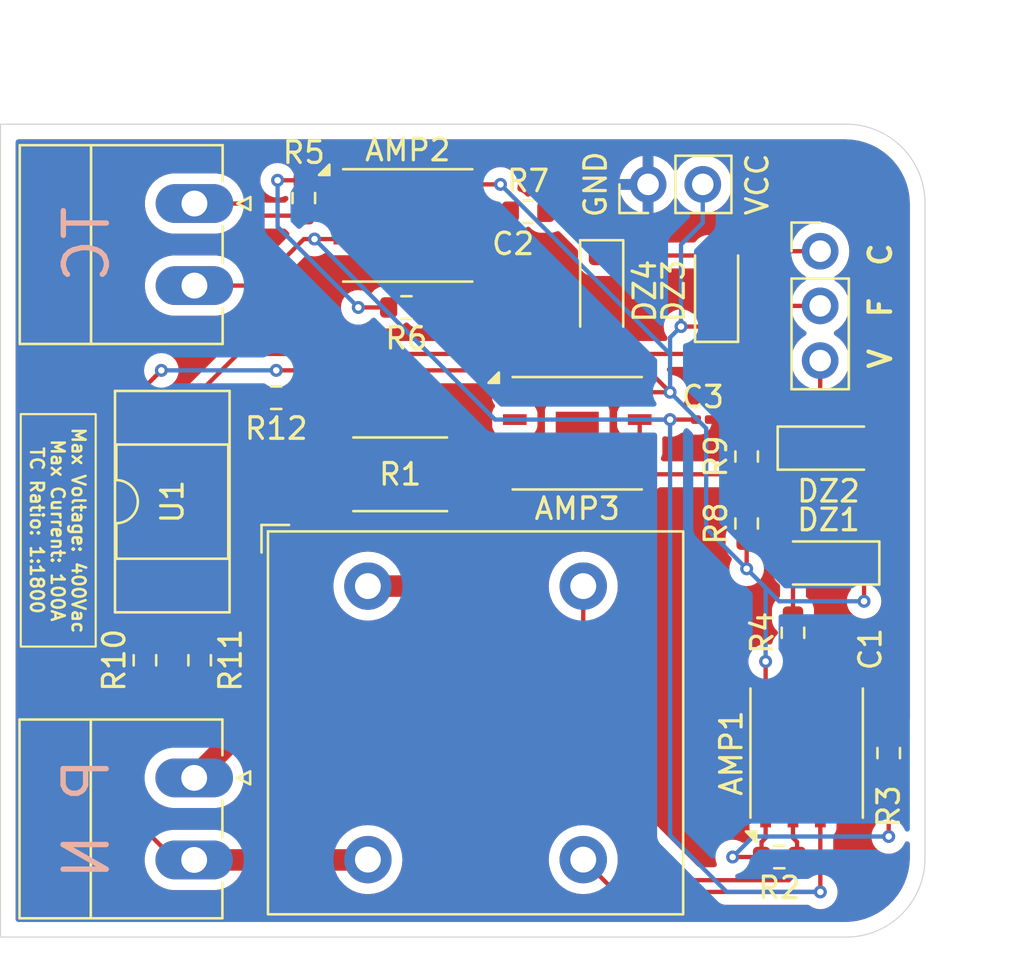
<source format=kicad_pcb>
(kicad_pcb (version 20240108) (generator "pcbnew") (generator_version "8.0")
  (layers (0 "F.Cu" signal) (31 "B.Cu" signal) (34 "B.Paste" user) (35 "F.Paste" user) (36 "B.SilkS" user "B.Silkscreen") (37 "F.SilkS" user "F.Silkscreen") (38 "B.Mask" user) (39 "F.Mask" user) (44 "Edge.Cuts" user))
  (net 0 "")
  (net 1 "Net-(AMP1-Pad1)")
  (net 2 "Net-(AMP1B-+)")
  (net 3 "Net-(AMP1B--)")
  (net 4 "Net-(AMP1A--)")
  (net 5 "1.65V BIAS")
  (net 6 "Current Transformer A")
  (net 7 "Net-(AMP2B-+)")
  (net 8 "Net-(AMP2-Pad1)")
  (net 9 "Net-(AMP2B--)")
  (net 10 "Earth")
  (net 11 "Voltage_Wave")
  (net 12 "+3.3Vcc")
  (net 13 "Current_Wave")
  (net 14 "Phrase")
  (net 15 "Neutral")
  (net 16 "Frequency Signal")
  (net 17 "Net-(R1-Pad2)")
  (net 18 "Net-(R10-Pad2)")
  (net 19 "Net-(AMP3B-+)")
  (footprint "Diode_SMD:D_SOD-123" (layer "F.Cu") (at 69.079 66.857)
    (property "Reference" "DZ2" (at 0 2 0) (layer "F.SilkS"))
    (property "Value" "Zener / 3.3V / 500mW")
    (fp_line (start -2.36 -1) (end -2.36 1) (stroke (width 0.12)) (layer "F.SilkS"))
    (fp_line (start -2.36 -1) (end 1.65 -1) (stroke (width 0.12)) (layer "F.SilkS"))
    (fp_line (start -2.36 1) (end 1.65 1) (stroke (width 0.12)) (layer "F.SilkS"))
    (pad "1" smd roundrect (at -1.65 0) (size 0.9 1.2) (layers "F.Cu" "F.Paste" "F.Mask") (net 11 "Voltage_Wave"))
    (pad "2" smd roundrect (at 1.65 0) (size 0.9 1.2) (layers "F.Cu" "F.Paste" "F.Mask") (net 10 "Earth"))
  )
  (footprint "Transformer_THT:Transformer_Zeming_ZMPT101K" (layer "F.Cu") (at 47.6905 73.2645)
    (property "Reference" "TR1" (hide yes))
    (property "Value" "ZMPT101K" (hide yes))
    (fp_line (start -4.94 -2.84) (end -3.66 -2.84) (stroke (width 0.12)) (layer "F.SilkS"))
    (fp_line (start -4.94 -1.56) (end -4.94 -2.84) (stroke (width 0.12)) (layer "F.SilkS"))
    (fp_rect (start -4.64 -2.54) (end 14.64 15.24) (stroke (width 0.12)) (fill none) (layer "F.SilkS"))
    (pad "1" thru_hole oval (at 0 0) (size 2.2 2.2) (drill 1.2) (layers "*.Cu" "*.Mask") (net 17 "Net-(R1-Pad2)"))
    (pad "2" thru_hole circle (at 0 12.7) (size 2.2 2.2) (drill 1.2) (layers "*.Cu" "*.Mask") (net 15 "Neutral"))
    (pad "3" thru_hole circle (at 10 12.7) (size 2.2 2.2) (drill 1.2) (layers "*.Cu" "*.Mask") (net 5 "1.65V BIAS"))
    (pad "4" thru_hole circle (at 10 0) (size 2.2 2.2) (drill 1.2) (layers "*.Cu" "*.Mask") (net 4 "Net-(AMP1A--)"))
  )
  (footprint "Package_DFN_QFN:DFN-8-1EP_6x5mm_P1.27mm_EP2x2mm" (layer "F.Cu") (at 68.064 81.018 90)
    (property "Reference" "AMP1" (at 0 -3.5 90) (layer "F.SilkS"))
    (property "Value" "LMX358IQ2T")
    (fp_line (start -3 -2.61) (end 3 -2.61) (stroke (width 0.12)) (layer "F.SilkS"))
    (fp_line (start -3 2.61) (end 3 2.61) (stroke (width 0.12)) (layer "F.SilkS"))
    (fp_poly (pts (xy -3.64 -2.34) (xy -4.12 -2.34) (xy -3.64 -2.82) (xy -3.64 -2.34)) (stroke (width 0.12)) (fill solid) (layer "F.SilkS"))
    (pad "1" smd rect (at -2.9 -1.905) (size 0.5 1.1) (layers "F.Cu" "F.Paste" "F.Mask") (net 1 "Net-(AMP1-Pad1)"))
    (pad "2" smd rect (at -2.9 -0.635) (size 0.5 1.1) (layers "F.Cu" "F.Paste" "F.Mask") (net 4 "Net-(AMP1A--)"))
    (pad "3" smd rect (at -2.9 0.635) (size 0.5 1.1) (layers "F.Cu" "F.Paste" "F.Mask") (net 5 "1.65V BIAS"))
    (pad "4" smd rect (at -2.9 1.905) (size 0.5 1.1) (layers "F.Cu" "F.Paste" "F.Mask") (net 10 "Earth"))
    (pad "5" smd rect (at 2.9 1.905) (size 0.5 1.1) (layers "F.Cu" "F.Paste" "F.Mask") (net 2 "Net-(AMP1B-+)"))
    (pad "6" smd rect (at 2.9 0.635) (size 0.5 1.1) (layers "F.Cu" "F.Paste" "F.Mask") (net 3 "Net-(AMP1B--)"))
    (pad "7" smd rect (at 2.9 -0.635) (size 0.5 1.1) (layers "F.Cu" "F.Paste" "F.Mask") (net 3 "Net-(AMP1B--)"))
    (pad "8" smd rect (at 2.9 -1.905) (size 0.5 1.1) (layers "F.Cu" "F.Paste" "F.Mask") (net 12 "+3.3Vcc"))
    (pad "9" smd rect (at 0 0) (size 2 2) (layers "F.Cu" "F.Mask"))
  )
  (footprint "Resistor_SMD:R_0603_1608Metric" (layer "F.Cu") (at 37.338 76.708 90)
    (property "Reference" "R10" (at 0 -1.43 90) (layer "F.SilkS"))
    (property "Value" "1M Ohm / 0.1% / 0.1W")
    (fp_line (start -0.237258 -0.5225) (end 0.237258 -0.5225) (stroke (width 0.12)) (layer "F.SilkS"))
    (fp_line (start -0.237258 0.5225) (end 0.237258 0.5225) (stroke (width 0.12)) (layer "F.SilkS"))
    (pad "1" smd roundrect (at -0.825 0 90) (size 0.8 0.95) (layers "F.Cu" "F.Paste" "F.Mask") (net 15 "Neutral"))
    (pad "2" smd roundrect (at 0.825 0 90) (size 0.8 0.95) (layers "F.Cu" "F.Paste" "F.Mask") (net 18 "Net-(R10-Pad2)"))
  )
  (footprint "Resistor_SMD:R_0603_1608Metric" (layer "F.Cu") (at 39.878 76.708 90)
    (property "Reference" "R11" (at 0 1.43 90) (layer "F.SilkS"))
    (property "Value" "56k Ohm / 0.1% / 0.1W")
    (fp_line (start -0.237258 -0.5225) (end 0.237258 -0.5225) (stroke (width 0.12)) (layer "F.SilkS"))
    (fp_line (start -0.237258 0.5225) (end 0.237258 0.5225) (stroke (width 0.12)) (layer "F.SilkS"))
    (pad "1" smd roundrect (at -0.825 0 90) (size 0.8 0.95) (layers "F.Cu" "F.Paste" "F.Mask") (net 18 "Net-(R10-Pad2)"))
    (pad "2" smd roundrect (at 0.825 0 90) (size 0.8 0.95) (layers "F.Cu" "F.Paste" "F.Mask") (net 14 "Phrase"))
  )
  (footprint "Resistor_SMD:R_0603_1608Metric" (layer "F.Cu") (at 65.278 70.358 90)
    (property "Reference" "R8" (at 0 -1.43 90) (layer "F.SilkS"))
    (property "Value" "10k Ohm / 0.1% / 0.1W")
    (fp_line (start -0.237258 -0.5225) (end 0.237258 -0.5225) (stroke (width 0.12)) (layer "F.SilkS"))
    (fp_line (start -0.237258 0.5225) (end 0.237258 0.5225) (stroke (width 0.12)) (layer "F.SilkS"))
    (pad "1" smd roundrect (at -0.825 0 90) (size 0.8 0.95) (layers "F.Cu" "F.Paste" "F.Mask") (net 12 "+3.3Vcc"))
    (pad "2" smd roundrect (at 0.825 0 90) (size 0.8 0.95) (layers "F.Cu" "F.Paste" "F.Mask") (net 19 "Net-(AMP3B-+)"))
  )
  (footprint "Capacitor_SMD:C_0201_0603Metric" (layer "F.Cu") (at 63.246 65.532)
    (property "Reference" "C3" (at 0 -1.05 0) (layer "F.SilkS"))
    (property "Value" "1uF / 10% / 6.3V")
    (pad "1" smd roundrect (at -0.32 0) (size 0.46 0.4) (layers "F.Cu" "F.Mask") (net 5 "1.65V BIAS"))
    (pad "2" smd roundrect (at 0.32 0) (size 0.46 0.4) (layers "F.Cu" "F.Mask") (net 10 "Earth"))
  )
  (footprint "Resistor_SMD:R_0603_1608Metric" (layer "F.Cu") (at 49.4785 60.325)
    (property "Reference" "R6" (at 0 1.43 0) (layer "F.SilkS"))
    (property "Value" "145 Ohm / 0.1% / 0.1W")
    (fp_line (start -0.237258 -0.5225) (end 0.237258 -0.5225) (stroke (width 0.12)) (layer "F.SilkS"))
    (fp_line (start -0.237258 0.5225) (end 0.237258 0.5225) (stroke (width 0.12)) (layer "F.SilkS"))
    (pad "1" smd roundrect (at -0.825 0) (size 0.8 0.95) (layers "F.Cu" "F.Paste" "F.Mask") (net 8 "Net-(AMP2-Pad1)"))
    (pad "2" smd roundrect (at 0.825 0) (size 0.8 0.95) (layers "F.Cu" "F.Paste" "F.Mask") (net 7 "Net-(AMP2B-+)"))
  )
  (footprint "Connector_PinHeader_2.54mm:PinHeader_1x02_P2.54mm_Vertical" (layer "F.Cu") (at 60.701 54.61 90)
    (property "Reference" "J1" (hide yes))
    (property "Value" "Conn_01x02" (hide yes))
    (property "Campo5" "VCC" (at 0 5.07 90) (layer "F.SilkS"))
    (property "Campo6" "GND" (at 0 -2.44 90) (layer "F.SilkS"))
    (fp_line (start -1.33 -1.33) (end 0 -1.33) (stroke (width 0.12)) (layer "F.SilkS"))
    (fp_line (start -1.33 0) (end -1.33 -1.33) (stroke (width 0.12)) (layer "F.SilkS"))
    (fp_line (start 1.33 1.27) (end 1.33 3.87) (stroke (width 0.12)) (layer "F.SilkS"))
    (fp_line (start -1.33 1.27) (end 1.33 1.27) (stroke (width 0.12)) (layer "F.SilkS"))
    (fp_line (start -1.33 1.27) (end -1.33 3.87) (stroke (width 0.12)) (layer "F.SilkS"))
    (fp_line (start -1.33 3.87) (end 1.33 3.87) (stroke (width 0.12)) (layer "F.SilkS"))
    (pad "1" thru_hole oval (at 0 0 90) (size 1.7 1.7) (drill 1) (layers "*.Cu" "*.Mask") (net 10 "Earth"))
    (pad "2" thru_hole oval (at 0 2.54 90) (size 1.7 1.7) (drill 1) (layers "*.Cu" "*.Mask") (net 12 "+3.3Vcc"))
  )
  (footprint "Resistor_SMD:R_2512_6332Metric" (layer "F.Cu") (at 49.1905 68.072)
    (property "Reference" "R1" (at 0 0 0) (layer "F.SilkS"))
    (property "Value" "174k Ohm / 1% / 2W")
    (fp_line (start -2.177064 -1.71) (end 2.177064 -1.71) (stroke (width 0.12)) (layer "F.SilkS"))
    (fp_line (start -2.177064 1.71) (end 2.177064 1.71) (stroke (width 0.12)) (layer "F.SilkS"))
    (pad "1" smd roundrect (at -2.9625 0) (size 1.225 3.35) (layers "F.Cu" "F.Paste" "F.Mask") (roundrect_rratio 0.204082) (net 14 "Phrase"))
    (pad "2" smd roundrect (at 2.9625 0) (size 1.225 3.35) (layers "F.Cu" "F.Paste" "F.Mask") (roundrect_rratio 0.204082) (net 17 "Net-(R1-Pad2)"))
  )
  (footprint "Connector_Phoenix_MC:PhoenixContact_MC_1,5_2-G-3.81_1x02_P3.81mm_Horizontal" (layer "F.Cu") (at 39.624 82.169 -90)
    (property "Reference" "J2" (hide yes))
    (property "Value" "Conn_01x02" (hide yes))
    (property "Campo5" "P N" (at 1.905 5 90) (layer "B.SilkS") (effects (font (size 2 2) (thickness 0.25)) (justify mirror)))
    (fp_line (start -2.71 8.11) (end 6.52 8.11) (stroke (width 0.12)) (layer "F.SilkS"))
    (fp_line (start 6.52 8.11) (end 6.52 -1.31) (stroke (width 0.12)) (layer "F.SilkS"))
    (fp_line (start -2.71 4.8) (end 6.52 4.8) (stroke (width 0.12)) (layer "F.SilkS"))
    (fp_line (start -2.71 -1.31) (end -2.71 8.11) (stroke (width 0.12)) (layer "F.SilkS"))
    (fp_line (start -2.71 -1.31) (end -1.05 -1.31) (stroke (width 0.12)) (layer "F.SilkS"))
    (fp_line (start 1.05 -1.31) (end 2.76 -1.31) (stroke (width 0.12)) (layer "F.SilkS"))
    (fp_line (start 6.52 -1.31) (end 4.86 -1.31) (stroke (width 0.12)) (layer "F.SilkS"))
    (fp_line (start 0 -2) (end -0.3 -2.6) (stroke (width 0.12)) (layer "F.SilkS"))
    (fp_line (start -0.3 -2.6) (end 0.3 -2.6) (stroke (width 0.12)) (layer "F.SilkS"))
    (fp_line (start 0.3 -2.6) (end 0 -2) (stroke (width 0.12)) (layer "F.SilkS"))
    (pad "1" thru_hole oval (at 0 0 270) (size 1.8 3.6) (drill 1.2) (layers "*.Cu" "*.Mask") (net 14 "Phrase"))
    (pad "2" thru_hole oval (at 3.81 0 270) (size 1.8 3.6) (drill 1.2) (layers "*.Cu" "*.Mask") (net 15 "Neutral"))
  )
  (footprint "Resistor_SMD:R_0603_1608Metric" (layer "F.Cu") (at 55.1295 55.88)
    (property "Reference" "R7" (at 0 -1.43 0) (layer "F.SilkS"))
    (property "Value" "50 Ohm / 0.1% / 0.1W")
    (fp_line (start -0.237258 -0.5225) (end 0.237258 -0.5225) (stroke (width 0.12)) (layer "F.SilkS"))
    (fp_line (start -0.237258 0.5225) (end 0.237258 0.5225) (stroke (width 0.12)) (layer "F.SilkS"))
    (pad "1" smd roundrect (at -0.825 0) (size 0.8 0.95) (layers "F.Cu" "F.Paste" "F.Mask") (net 9 "Net-(AMP2B--)"))
    (pad "2" smd roundrect (at 0.825 0) (size 0.8 0.95) (layers "F.Cu" "F.Paste" "F.Mask") (net 13 "Current_Wave"))
  )
  (footprint "Package_DIP:DIP-4_W7.62mm_SMDSocket_SmallPads" (layer "F.Cu") (at 38.608 69.342 90)
    (property "Reference" "U1" (at 0 0 90) (layer "F.SilkS"))
    (property "Value" "PC817")
    (fp_line (start 5.14 -2.66) (end -5.14 -2.66) (stroke (width 0.12)) (layer "F.SilkS"))
    (fp_line (start -5.14 -2.66) (end -5.14 2.66) (stroke (width 0.12)) (layer "F.SilkS"))
    (fp_line (start 2.65 -2.6) (end 1 -2.6) (stroke (width 0.12)) (layer "F.SilkS"))
    (fp_line (start -1 -2.6) (end -2.65 -2.6) (stroke (width 0.12)) (layer "F.SilkS"))
    (fp_line (start -2.65 -2.6) (end -2.65 2.6) (stroke (width 0.12)) (layer "F.SilkS"))
    (fp_line (start 2.65 2.6) (end 2.65 -2.6) (stroke (width 0.12)) (layer "F.SilkS"))
    (fp_line (start -2.65 2.6) (end 2.65 2.6) (stroke (width 0.12)) (layer "F.SilkS"))
    (fp_line (start 5.14 2.66) (end 5.14 -2.66) (stroke (width 0.12)) (layer "F.SilkS"))
    (fp_line (start -5.14 2.66) (end 5.14 2.66) (stroke (width 0.12)) (layer "F.SilkS"))
    (fp_arc (start 1 -2.6) (mid 0 -1.6) (end -1 -2.6) (stroke (width 0.12)) (layer "F.SilkS"))
    (pad "1" smd rect (at -3.81 -1.27 90) (size 1.6 1.6) (layers "F.Cu" "F.Paste" "F.Mask") (net 18 "Net-(R10-Pad2)"))
    (pad "2" smd rect (at -3.81 1.27 90) (size 1.6 1.6) (layers "F.Cu" "F.Paste" "F.Mask") (net 14 "Phrase"))
    (pad "3" smd rect (at 3.81 1.27 90) (size 1.6 1.6) (layers "F.Cu" "F.Paste" "F.Mask") (net 16 "Frequency Signal"))
    (pad "4" smd rect (at 3.81 -1.27 90) (size 1.6 1.6) (layers "F.Cu" "F.Paste" "F.Mask") (net 12 "+3.3Vcc"))
  )
  (footprint "Diode_SMD:D_SOD-123" (layer "F.Cu") (at 63.881 59.563 90)
    (property "Reference" "DZ3" (at 0 -2 90) (layer "F.SilkS"))
    (property "Value" "Zener / 3.3V / 500mW")
    (fp_line (start -2.36 -1) (end 1.65 -1) (stroke (width 0.12)) (layer "F.SilkS"))
    (fp_line (start -2.36 -1) (end -2.36 1) (stroke (width 0.12)) (layer "F.SilkS"))
    (fp_line (start -2.36 1) (end 1.65 1) (stroke (width 0.12)) (layer "F.SilkS"))
    (pad "1" smd roundrect (at -1.65 0 90) (size 0.9 1.2) (layers "F.Cu" "F.Paste" "F.Mask") (net 12 "+3.3Vcc"))
    (pad "2" smd roundrect (at 1.65 0 90) (size 0.9 1.2) (layers "F.Cu" "F.Paste" "F.Mask") (net 13 "Current_Wave"))
  )
  (footprint "Capacitor_SMD:C_0201_0603Metric" (layer "F.Cu") (at 69.969 76.192 90)
    (property "Reference" "C1" (at 0 1.05 90) (layer "F.SilkS"))
    (property "Value" "1uF / 10% / 6.3V")
    (pad "1" smd roundrect (at -0.32 0 90) (size 0.46 0.4) (layers "F.Cu" "F.Mask") (net 2 "Net-(AMP1B-+)"))
    (pad "2" smd roundrect (at 0.32 0 90) (size 0.46 0.4) (layers "F.Cu" "F.Mask") (net 10 "Earth"))
  )
  (footprint "Connector_PinHeader_2.54mm:PinHeader_1x03_P2.54mm_Vertical" (layer "F.Cu") (at 68.692 57.713)
    (property "Reference" "J4" (hide yes))
    (property "Value" "Conn_01x03" (hide yes))
    (property "Campo5" "V  F  C" (at 2.794 2.54 90) (layer "F.SilkS") (effects (font (thickness 0.2) (bold yes))))
    (fp_line (start -1.33 -1.33) (end 0 -1.33) (stroke (width 0.12)) (layer "F.SilkS"))
    (fp_line (start -1.33 0) (end -1.33 -1.33) (stroke (width 0.12)) (layer "F.SilkS"))
    (fp_line (start -1.33 1.27) (end -1.33 6.41) (stroke (width 0.12)) (layer "F.SilkS"))
    (fp_line (start -1.33 1.27) (end 1.33 1.27) (stroke (width 0.12)) (layer "F.SilkS"))
    (fp_line (start -1.33 6.41) (end 1.33 6.41) (stroke (width 0.12)) (layer "F.SilkS"))
    (fp_line (start 1.33 1.27) (end 1.33 6.41) (stroke (width 0.12)) (layer "F.SilkS"))
    (pad "1" thru_hole oval (at 0 0) (size 1.7 1.7) (drill 1) (layers "*.Cu" "*.Mask") (net 13 "Current_Wave"))
    (pad "2" thru_hole oval (at 0 2.54) (size 1.7 1.7) (drill 1) (layers "*.Cu" "*.Mask") (net 16 "Frequency Signal"))
    (pad "3" thru_hole oval (at 0 5.08) (size 1.7 1.7) (drill 1) (layers "*.Cu" "*.Mask") (net 11 "Voltage_Wave"))
  )
  (footprint "Diode_SMD:D_SOD-123" (layer "F.Cu") (at 69.079 72.191 180)
    (property "Reference" "DZ1" (at 0 2 0) (layer "F.SilkS"))
    (property "Value" "Zener / 3.3V / 500mW")
    (fp_line (start -2.36 1) (end 1.65 1) (stroke (width 0.12)) (layer "F.SilkS"))
    (fp_line (start -2.36 -1) (end 1.65 -1) (stroke (width 0.12)) (layer "F.SilkS"))
    (fp_line (start -2.36 -1) (end -2.36 1) (stroke (width 0.12)) (layer "F.SilkS"))
    (pad "1" smd roundrect (at -1.65 0 180) (size 0.9 1.2) (layers "F.Cu" "F.Paste" "F.Mask") (net 12 "+3.3Vcc"))
    (pad "2" smd roundrect (at 1.65 0 180) (size 0.9 1.2) (layers "F.Cu" "F.Paste" "F.Mask") (net 11 "Voltage_Wave"))
  )
  (footprint "Diode_SMD:D_SOD-123" (layer "F.Cu") (at 58.547 59.563 -90)
    (property "Reference" "DZ4" (at 0 -2 90) (layer "F.SilkS"))
    (property "Value" "Zener / 3.3V / 500mW")
    (fp_line (start -2.36 1) (end 1.65 1) (stroke (width 0.12)) (layer "F.SilkS"))
    (fp_line (start -2.36 -1) (end -2.36 1) (stroke (width 0.12)) (layer "F.SilkS"))
    (fp_line (start -2.36 -1) (end 1.65 -1) (stroke (width 0.12)) (layer "F.SilkS"))
    (pad "1" smd roundrect (at -1.65 0 270) (size 0.9 1.2) (layers "F.Cu" "F.Paste" "F.Mask") (net 13 "Current_Wave"))
    (pad "2" smd roundrect (at 1.65 0 270) (size 0.9 1.2) (layers "F.Cu" "F.Paste" "F.Mask") (net 10 "Earth"))
  )
  (footprint "Resistor_SMD:R_0603_1608Metric" (layer "F.Cu") (at 71.874 81.018 90)
    (property "Reference" "R3" (at -2.476 -0.007 90) (layer "F.SilkS"))
    (property "Value" "145 Ohm / 0.1% / 0.1W")
    (fp_line (start -0.237258 -0.5225) (end 0.237258 -0.5225) (stroke (width 0.12)) (layer "F.SilkS"))
    (fp_line (start -0.237258 0.5225) (end 0.237258 0.5225) (stroke (width 0.12)) (layer "F.SilkS"))
    (pad "1" smd roundrect (at -0.825 0 90) (size 0.8 0.95) (layers "F.Cu" "F.Paste" "F.Mask") (net 1 "Net-(AMP1-Pad1)"))
    (pad "2" smd roundrect (at 0.825 0 90) (size 0.8 0.95) (layers "F.Cu" "F.Paste" "F.Mask") (net 2 "Net-(AMP1B-+)"))
  )
  (footprint "Capacitor_SMD:C_0201_0603Metric" (layer "F.Cu") (at 54.4335 58.42)
    (property "Reference" "C2" (at 0 -1.05 0) (layer "F.SilkS"))
    (property "Value" "1uF / 10% / 6.3V")
    (pad "1" smd roundrect (at -0.32 0) (size 0.46 0.4) (layers "F.Cu" "F.Mask") (net 7 "Net-(AMP2B-+)"))
    (pad "2" smd roundrect (at 0.32 0) (size 0.46 0.4) (layers "F.Cu" "F.Mask") (net 10 "Earth"))
  )
  (footprint "Resistor_SMD:R_0603_1608Metric" (layer "F.Cu") (at 43.434 64.516 180)
    (property "Reference" "R12" (at 0 -1.43 0) (layer "F.SilkS"))
    (property "Value" "1M Ohm / 0.1% / 0.1W")
    (fp_line (start -0.237258 0.5225) (end 0.237258 0.5225) (stroke (width 0.12)) (layer "F.SilkS"))
    (fp_line (start -0.237258 -0.5225) (end 0.237258 -0.5225) (stroke (width 0.12)) (layer "F.SilkS"))
    (pad "1" smd roundrect (at -0.825 0 180) (size 0.8 0.95) (layers "F.Cu" "F.Paste" "F.Mask") (net 10 "Earth"))
    (pad "2" smd roundrect (at 0.825 0 180) (size 0.8 0.95) (layers "F.Cu" "F.Paste" "F.Mask") (net 16 "Frequency Signal"))
  )
  (footprint "Package_DFN_QFN:DFN-8-1EP_6x5mm_P1.27mm_EP2x2mm" (layer "F.Cu") (at 49.5415 56.515)
    (property "Reference" "AMP2" (at 0 -3.5 0) (layer "F.SilkS"))
    (property "Value" "LMX358IQ2T")
    (fp_line (start -3 -2.61) (end 3 -2.61) (stroke (width 0.12)) (layer "F.SilkS"))
    (fp_line (start -3 2.61) (end 3 2.61) (stroke (width 0.12)) (layer "F.SilkS"))
    (fp_poly (pts (xy -3.64 -2.34) (xy -4.12 -2.34) (xy -3.64 -2.82) (xy -3.64 -2.34)) (stroke (width 0.12)) (fill solid) (layer "F.SilkS"))
    (pad "1" smd rect (at -2.9 -1.905 270) (size 0.5 1.1) (layers "F.Cu" "F.Paste" "F.Mask") (net 8 "Net-(AMP2-Pad1)"))
    (pad "2" smd rect (at -2.9 -0.635 270) (size 0.5 1.1) (layers "F.Cu" "F.Paste" "F.Mask") (net 6 "Current Transformer A"))
    (pad "3" smd rect (at -2.9 0.635 270) (size 0.5 1.1) (layers "F.Cu" "F.Paste" "F.Mask") (net 5 "1.65V BIAS"))
    (pad "4" smd rect (at -2.9 1.905 270) (size 0.5 1.1) (layers "F.Cu" "F.Paste" "F.Mask") (net 10 "Earth"))
    (pad "5" smd rect (at 2.9 1.905 270) (size 0.5 1.1) (layers "F.Cu" "F.Paste" "F.Mask") (net 7 "Net-(AMP2B-+)"))
    (pad "6" smd rect (at 2.9 0.635 270) (size 0.5 1.1) (layers "F.Cu" "F.Paste" "F.Mask") (net 9 "Net-(AMP2B--)"))
    (pad "7" smd rect (at 2.9 -0.635 270) (size 0.5 1.1) (layers "F.Cu" "F.Paste" "F.Mask") (net 9 "Net-(AMP2B--)"))
    (pad "8" smd rect (at 2.9 -1.905 270) (size 0.5 1.1) (layers "F.Cu" "F.Paste" "F.Mask") (net 12 "+3.3Vcc"))
    (pad "9" smd rect (at 0 0 270) (size 2 2) (layers "F.Cu" "F.Mask"))
  )
  (footprint "Resistor_SMD:R_0603_1608Metric" (layer "F.Cu") (at 66.794 85.844 180)
    (property "Reference" "R2" (at 0 -1.43 0) (layer "F.SilkS"))
    (property "Value" "328 Ohm / 0.1% / 0.1W")
    (fp_line (start -0.237258 0.5225) (end 0.237258 0.5225) (stroke (width 0.12)) (layer "F.SilkS"))
    (fp_line (start -0.237258 -0.5225) (end 0.237258 -0.5225) (stroke (width 0.12)) (layer "F.SilkS"))
    (pad "1" smd roundrect (at -0.825 0 180) (size 0.8 0.95) (layers "F.Cu" "F.Paste" "F.Mask") (net 4 "Net-(AMP1A--)"))
    (pad "2" smd roundrect (at 0.825 0 180) (size 0.8 0.95) (layers "F.Cu" "F.Paste" "F.Mask") (net 1 "Net-(AMP1-Pad1)"))
  )
  (footprint "Package_DFN_QFN:DFN-8-1EP_6x5mm_P1.27mm_EP2x2mm" (layer "F.Cu") (at 57.412 66.167)
    (property "Reference" "AMP3" (at 0 3.5 0) (layer "F.SilkS"))
    (property "Value" "LMX358IQ2T")
    (fp_line (start -3 -2.61) (end 3 -2.61) (stroke (width 0.12)) (layer "F.SilkS"))
    (fp_line (start -3 2.61) (end 3 2.61) (stroke (width 0.12)) (layer "F.SilkS"))
    (fp_poly (pts (xy -3.64 -2.34) (xy -4.12 -2.34) (xy -3.64 -2.82) (xy -3.64 -2.34)) (stroke (width 0.12)) (fill solid) (layer "F.SilkS"))
    (pad "1" smd rect (at -2.9 -1.905 270) (size 0.5 1.1) (layers "F.Cu" "F.Paste" "F.Mask"))
    (pad "2" smd rect (at -2.9 -0.635 270) (size 0.5 1.1) (layers "F.Cu" "F.Paste" "F.Mask"))
    (pad "3" smd rect (at -2.9 0.635 270) (size 0.5 1.1) (layers "F.Cu" "F.Paste" "F.Mask"))
    (pad "4" smd rect (at -2.9 1.905 270) (size 0.5 1.1) (layers "F.Cu" "F.Paste" "F.Mask") (net 10 "Earth"))
    (pad "5" smd rect (at 2.9 1.905 270) (size 0.5 1.1) (layers "F.Cu" "F.Paste" "F.Mask") (net 19 "Net-(AMP3B-+)"))
    (pad "6" smd rect (at 2.9 0.635 270) (size 0.5 1.1) (layers "F.Cu" "F.Paste" "F.Mask") (net 5 "1.65V BIAS"))
    (pad "7" smd rect (at 2.9 -0.635 270) (size 0.5 1.1) (layers "F.Cu" "F.Paste" "F.Mask") (net 5 "1.65V BIAS"))
    (pad "8" smd rect (at 2.9 -1.905 270) (size 0.5 1.1) (layers "F.Cu" "F.Paste" "F.Mask") (net 12 "+3.3Vcc"))
    (pad "9" smd rect (at 0 0 270) (size 2 2) (layers "F.Cu" "F.Mask"))
  )
  (footprint "Resistor_SMD:R_0603_1608Metric" (layer "F.Cu") (at 65.278 67.247 90)
    (property "Reference" "R9" (at 0 -1.43 90) (layer "F.SilkS"))
    (property "Value" "10k Ohm / 0.1% / 0.1W")
    (fp_line (start -0.237258 -0.5225) (end 0.237258 -0.5225) (stroke (width 0.12)) (layer "F.SilkS"))
    (fp_line (start -0.237258 0.5225) (end 0.237258 0.5225) (stroke (width 0.12)) (layer "F.SilkS"))
    (pad "1" smd roundrect (at -0.825 0 90) (size 0.8 0.95) (layers "F.Cu" "F.Paste" "F.Mask") (net 19 "Net-(AMP3B-+)"))
    (pad "2" smd roundrect (at 0.825 0 90) (size 0.8 0.95) (layers "F.Cu" "F.Paste" "F.Mask") (net 10 "Earth"))
  )
  (footprint "Resistor_SMD:R_0603_1608Metric" (layer "F.Cu") (at 44.7155 55.245 90)
    (property "Reference" "R5" (at 2.1082 0 180) (layer "F.SilkS"))
    (property "Value" "18 Ohm / 0.1% / 0.1W")
    (fp_line (start -0.237258 -0.5225) (end 0.237258 -0.5225) (stroke (width 0.12)) (layer "F.SilkS"))
    (fp_line (start -0.237258 0.5225) (end 0.237258 0.5225) (stroke (width 0.12)) (layer "F.SilkS"))
    (pad "1" smd roundrect (at -0.825 0 90) (size 0.8 0.95) (layers "F.Cu" "F.Paste" "F.Mask") (net 6 "Current Transformer A"))
    (pad "2" smd roundrect (at 0.825 0 90) (size 0.8 0.95) (layers "F.Cu" "F.Paste" "F.Mask") (net 8 "Net-(AMP2-Pad1)"))
  )
  (footprint "Resistor_SMD:R_0603_1608Metric" (layer "F.Cu") (at 67.429 75.43 90)
    (property "Reference" "R4" (at 0 -1.43 90) (layer "F.SilkS"))
    (property "Value" "50 Ohm / 0.1% / 0.1W")
    (fp_line (start -0.237258 -0.5225) (end 0.237258 -0.5225) (stroke (width 0.12)) (layer "F.SilkS"))
    (fp_line (start -0.237258 0.5225) (end 0.237258 0.5225) (stroke (width 0.12)) (layer "F.SilkS"))
    (pad "1" smd roundrect (at -0.825 0 90) (size 0.8 0.95) (layers "F.Cu" "F.Paste" "F.Mask") (net 3 "Net-(AMP1B--)"))
    (pad "2" smd roundrect (at 0.825 0 90) (size 0.8 0.95) (layers "F.Cu" "F.Paste" "F.Mask") (net 11 "Voltage_Wave"))
  )
  (footprint "Connector_Phoenix_MC:PhoenixContact_MC_1,5_2-G-3.81_1x02_P3.81mm_Horizontal" (layer "F.Cu") (at 39.6355 55.5 -90)
    (property "Reference" "J3" (hide yes))
    (property "Value" "Conn_01x02" (hide yes))
    (property "Campo5" "TC" (at 1.904 5 90) (layer "B.SilkS") (effects (font (size 2 2) (thickness 0.25)) (justify mirror)))
    (fp_line (start -2.71 8.11) (end 6.52 8.11) (stroke (width 0.12)) (layer "F.SilkS"))
    (fp_line (start 6.52 8.11) (end 6.52 -1.31) (stroke (width 0.12)) (layer "F.SilkS"))
    (fp_line (start -2.71 4.8) (end 6.52 4.8) (stroke (width 0.12)) (layer "F.SilkS"))
    (fp_line (start -2.71 -1.31) (end -2.71 8.11) (stroke (width 0.12)) (layer "F.SilkS"))
    (fp_line (start -2.71 -1.31) (end -1.05 -1.31) (stroke (width 0.12)) (layer "F.SilkS"))
    (fp_line (start 1.05 -1.31) (end 2.76 -1.31) (stroke (width 0.12)) (layer "F.SilkS"))
    (fp_line (start 6.52 -1.31) (end 4.86 -1.31) (stroke (width 0.12)) (layer "F.SilkS"))
    (fp_line (start 0 -2) (end -0.3 -2.6) (stroke (width 0.12)) (layer "F.SilkS"))
    (fp_line (start -0.3 -2.6) (end 0.3 -2.6) (stroke (width 0.12)) (layer "F.SilkS"))
    (fp_line (start 0.3 -2.6) (end 0 -2) (stroke (width 0.12)) (layer "F.SilkS"))
    (pad "1" thru_hole oval (at 0 0 270) (size 1.8 3.6) (drill 1.2) (layers "*.Cu" "*.Mask") (net 6 "Current Transformer A"))
    (pad "2" thru_hole oval (at 3.81 0 270) (size 1.8 3.6) (drill 1.2) (layers "*.Cu" "*.Mask") (net 5 "1.65V BIAS"))
  )
  (gr_arc (start 69.9008 51.816) (mid 72.487114 52.887286) (end 73.5584 55.4736) (stroke (width 0.05)) (layer "Edge.Cuts"))
  (gr_line (start 73.5584 85.9028) (end 73.5584 55.4736) (stroke (width 0.05)) (layer "Edge.Cuts"))
  (gr_arc (start 73.5584 85.9028) (mid 72.487114 88.489114) (end 69.9008 89.5604) (stroke (width 0.05)) (layer "Edge.Cuts"))
  (gr_line (start 30.6324 89.5604) (end 69.9008 89.5604) (stroke (width 0.05)) (layer "Edge.Cuts"))
  (gr_line (start 30.6324 51.816) (end 30.6324 89.5604) (stroke (width 0.05)) (layer "Edge.Cuts"))
  (gr_line (start 30.6324 51.816) (end 69.9008 51.816) (stroke (width 0.05)) (layer "Edge.Cuts"))
  (gr_text_box "Max Voltage: 400Vac\nMax Current: 100A\nTC Ratio: 1:1800" (start 31.5722 65.278) (end 35.052 76.073) (angle 270) (layer "F.SilkS") (effects (font (size 0.6 0.6) (thickness 0.12) (bold yes)) (justify top)) (border yes) (stroke (width 0.1)))
  (segment (start 64.628 85.844) (end 65.969 85.844) (width 0.2) (layer "F.Cu") (net 1))
  (segment (start 66.159 84.955) (end 66.159 83.918) (width 0.2) (layer "F.Cu") (net 1))
  (segment (start 71.874 84.891) (end 71.874 81.843) (width 0.2) (layer "F.Cu") (net 1))
  (segment (start 65.969 85.844) (end 65.969 85.145) (width 0.2) (layer "F.Cu") (net 1))
  (segment (start 65.969 85.145) (end 66.159 84.955) (width 0.2) (layer "F.Cu") (net 1))
  (via (at 71.874 84.891) (size 0.6) (drill 0.3) (layers "F.Cu" "B.Cu") (net 1))
  (via (at 64.628 85.844) (size 0.6) (drill 0.3) (layers "F.Cu" "B.Cu") (net 1))
  (segment (start 64.628 85.844) (end 65.581 84.891) (width 0.2) (layer "B.Cu") (net 1))
  (segment (start 65.581 84.891) (end 71.874 84.891) (width 0.2) (layer "B.Cu") (net 1))
  (segment (start 70.414 80.193) (end 71.874 80.193) (width 0.2) (layer "F.Cu") (net 2))
  (segment (start 69.969 79.748) (end 70.414 80.193) (width 0.2) (layer "F.Cu") (net 2))
  (segment (start 69.969 76.512) (end 69.969 79.748) (width 0.2) (layer "F.Cu") (net 2))
  (segment (start 68.699 78.118) (end 67.429 78.118) (width 0.2) (layer "F.Cu") (net 3))
  (segment (start 67.429 78.118) (end 67.429 76.255) (width 0.2) (layer "F.Cu") (net 3))
  (segment (start 62.7888 86.9188) (end 57.6905 81.8205) (width 0.2) (layer "F.Cu") (net 4))
  (segment (start 57.6905 81.8205) (end 57.6905 73.2645) (width 0.2) (layer "F.Cu") (net 4))
  (segment (start 67.2338 86.9188) (end 62.7888 86.9188) (width 0.2) (layer "F.Cu") (net 4))
  (segment (start 67.429 84.955) (end 67.619 85.145) (width 0.2) (layer "F.Cu") (net 4))
  (segment (start 67.619 85.844) (end 67.619 86.5336) (width 0.2) (layer "F.Cu") (net 4))
  (segment (start 67.619 86.5336) (end 67.2338 86.9188) (width 0.2) (layer "F.Cu") (net 4))
  (segment (start 67.619 85.145) (end 67.619 85.844) (width 0.2) (layer "F.Cu") (net 4))
  (segment (start 67.429 83.593) (end 67.429 84.955) (width 0.2) (layer "F.Cu") (net 4))
  (segment (start 39.6355 59.31) (end 42.5555 59.31) (width 0.2) (layer "F.Cu") (net 5))
  (segment (start 68.699 87.4645) (end 68.699 83.593) (width 0.2) (layer "F.Cu") (net 5))
  (segment (start 42.5555 59.31) (end 44.7155 57.15) (width 0.2) (layer "F.Cu") (net 5))
  (segment (start 60.312 65.532) (end 61.722 65.532) (width 0.2) (layer "F.Cu") (net 5))
  (segment (start 68.699 87.4645) (end 59.1905 87.4645) (width 0.2) (layer "F.Cu") (net 5))
  (segment (start 61.722 65.532) (end 62.926 65.532) (width 0.2) (layer "F.Cu") (net 5))
  (segment (start 59.1905 87.4645) (end 57.6905 85.9645) (width 0.2) (layer "F.Cu") (net 5))
  (segment (start 60.312 65.532) (end 60.312 66.802) (width 0.2) (layer "F.Cu") (net 5))
  (segment (start 44.7155 57.15) (end 46.9665 57.15) (width 0.2) (layer "F.Cu") (net 5))
  (via (at 45.212 57.15) (size 0.6) (drill 0.3) (layers "F.Cu" "B.Cu") (net 5))
  (via (at 68.699 87.4645) (size 0.6) (drill 0.3) (layers "F.Cu" "B.Cu") (net 5))
  (via (at 61.722 65.532) (size 0.6) (drill 0.3) (layers "F.Cu" "B.Cu") (net 5))
  (segment (start 53.594 65.532) (end 61.722 65.532) (width 0.2) (layer "B.Cu") (net 5))
  (segment (start 64.3505 87.4645) (end 61.722 84.836) (width 0.2) (layer "B.Cu") (net 5))
  (segment (start 61.722 84.836) (end 61.722 65.532) (width 0.2) (layer "B.Cu") (net 5))
  (segment (start 45.212 57.15) (end 53.594 65.532) (width 0.2) (layer "B.Cu") (net 5))
  (segment (start 68.699 87.4645) (end 64.3505 87.4645) (width 0.2) (layer "B.Cu") (net 5))
  (segment (start 42.10675 55.5) (end 42.66875 56.062) (width 0.2) (layer "F.Cu") (net 6))
  (segment (start 44.7075 56.062) (end 44.7155 56.07) (width 0.2) (layer "F.Cu") (net 6))
  (segment (start 45.4145 56.07) (end 45.6045 55.88) (width 0.2) (layer "F.Cu") (net 6))
  (segment (start 45.6045 55.88) (end 46.9665 55.88) (width 0.2) (layer "F.Cu") (net 6))
  (segment (start 42.66875 56.062) (end 44.7075 56.062) (width 0.2) (layer "F.Cu") (net 6))
  (segment (start 44.7155 56.07) (end 45.4145 56.07) (width 0.2) (layer "F.Cu") (net 6))
  (segment (start 39.6355 55.5) (end 42.10675 55.5) (width 0.2) (layer "F.Cu") (net 6))
  (segment (start 50.8115 58.42) (end 52.1165 58.42) (width 0.2) (layer "F.Cu") (net 7))
  (segment (start 54.1135 58.42) (end 52.1165 58.42) (width 0.2) (layer "F.Cu") (net 7))
  (segment (start 50.3035 58.928) (end 50.8115 58.42) (width 0.2) (layer "F.Cu") (net 7))
  (segment (start 50.3035 60.325) (end 50.3035 58.928) (width 0.2) (layer "F.Cu") (net 7))
  (segment (start 45.6045 54.61) (end 46.6415 54.61) (width 0.2) (layer "F.Cu") (net 8))
  (segment (start 45.4145 54.42) (end 45.6045 54.61) (width 0.2) (layer "F.Cu") (net 8))
  (segment (start 47.244 60.325) (end 48.6535 60.325) (width 0.2) (layer "F.Cu") (net 8))
  (segment (start 43.497 54.42) (end 44.7155 54.42) (width 0.2) (layer "F.Cu") (net 8))
  (segment (start 44.7155 54.42) (end 45.4145 54.42) (width 0.2) (layer "F.Cu") (net 8))
  (via (at 47.244 60.325) (size 0.6) (drill 0.3) (layers "F.Cu" "B.Cu") (net 8))
  (via (at 43.497 54.42) (size 0.6) (drill 0.3) (layers "F.Cu" "B.Cu") (net 8))
  (segment (start 43.497 56.578) (end 47.244 60.325) (width 0.2) (layer "B.Cu") (net 8))
  (segment (start 43.497 54.42) (end 43.497 56.578) (width 0.2) (layer "B.Cu") (net 8))
  (segment (start 52.1165 55.88) (end 52.1165 57.15) (width 0.2) (layer "F.Cu") (net 9))
  (segment (start 52.1165 55.88) (end 54.3045 55.88) (width 0.2) (layer "F.Cu") (net 9))
  (segment (start 68.692 64.19) (end 68.692 62.793) (width 0.2) (layer "F.Cu") (net 11))
  (segment (start 67.429 66.857) (end 67.429 65.453) (width 0.2) (layer "F.Cu") (net 11))
  (segment (start 67.429 74.605) (end 67.429 72.191) (width 0.2) (layer "F.Cu") (net 11))
  (segment (start 67.429 72.191) (end 67.429 66.857) (width 0.2) (layer "F.Cu") (net 11))
  (segment (start 67.429 65.453) (end 68.692 64.19) (width 0.2) (layer "F.Cu") (net 11))
  (segment (start 60.312 64.262) (end 61.722 64.262) (width 0.2) (layer "F.Cu") (net 12))
  (segment (start 43.434 63.246) (end 60.706 63.246) (width 0.2) (layer "F.Cu") (net 12))
  (segment (start 66.159 78.118) (end 66.159 76.763) (width 0.2) (layer "F.Cu") (net 12))
  (segment (start 37.338 65.532) (end 37.338 64.008) (width 0.2) (layer "F.Cu") (net 12))
  (segment (start 52.4415 54.61) (end 53.848 54.61) (width 0.2) (layer "F.Cu") (net 12))
  (segment (start 70.729 73.969) (end 70.729 72.191) (width 0.2) (layer "F.Cu") (net 12))
  (segment (start 60.706 63.246) (end 61.722 64.262) (width 0.2) (layer "F.Cu") (net 12))
  (segment (start 62.23 61.213) (end 63.881 61.213) (width 0.2) (layer "F.Cu") (net 12))
  (segment (start 37.338 64.008) (end 38.1 63.246) (width 0.2) (layer "F.Cu") (net 12))
  (segment (start 65.278 71.246) (end 65.278 72.46) (width 0.2) (layer "F.Cu") (net 12))
  (via (at 66.159 76.763) (size 0.6) (drill 0.3) (layers "F.Cu" "B.Cu") (net 12))
  (via (at 62.23 61.213) (size 0.6) (drill 0.3) (layers "F.Cu" "B.Cu") (net 12))
  (via (at 38.1 63.246) (size 0.6) (drill 0.3) (layers "F.Cu" "B.Cu") (net 12))
  (via (at 65.278 72.46) (size 0.6) (drill 0.3) (layers "F.Cu" "B.Cu") (net 12))
  (via (at 70.729 73.969) (size 0.6) (drill 0.3) (layers "F.Cu" "B.Cu") (net 12))
  (via (at 61.722 64.262) (size 0.6) (drill 0.3) (layers "F.Cu" "B.Cu") (net 12))
  (via (at 43.434 63.246) (size 0.6) (drill 0.3) (layers "F.Cu" "B.Cu") (net 12))
  (via (at 53.848 54.61) (size 0.6) (drill 0.3) (layers "F.Cu" "B.Cu") (net 12))
  (segment (start 62.23 61.213) (end 62.23 57.404) (width 0.2) (layer "B.Cu") (net 12))
  (segment (start 61.722 62.484) (end 61.722 64.262) (width 0.2) (layer "B.Cu") (net 12))
  (segment (start 70.729 73.969) (end 66.787 73.969) (width 0.2) (layer "B.Cu") (net 12))
  (segment (start 61.722 64.262) (end 63.3984 65.9384) (width 0.2) (layer "B.Cu") (net 12))
  (segment (start 66.787 73.969) (end 66.159 73.341) (width 0.2) (layer "B.Cu") (net 12))
  (segment (start 63.3984 65.9384) (end 63.3984 70.5804) (width 0.2) (layer "B.Cu") (net 12))
  (segment (start 62.23 57.404) (end 63.241 56.393) (width 0.2) (layer "B.Cu") (net 12))
  (segment (start 61.722 61.721) (end 62.23 61.213) (width 0.2) (layer "B.Cu") (net 12))
  (segment (start 61.722 62.484) (end 61.722 61.721) (width 0.2) (layer "B.Cu") (net 12))
  (segment (start 66.159 76.763) (end 66.159 73.341) (width 0.2) (layer "B.Cu") (net 12))
  (segment (start 53.848 54.61) (end 61.722 62.484) (width 0.2) (layer "B.Cu") (net 12))
  (segment (start 38.1 63.246) (end 43.434 63.246) (width 0.2) (layer "B.Cu") (net 12))
  (segment (start 65.278 72.46) (end 66.159 73.341) (width 0.2) (layer "B.Cu") (net 12))
  (segment (start 63.3984 70.5804) (end 65.278 72.46) (width 0.2) (layer "B.Cu") (net 12))
  (segment (start 63.241 56.393) (end 63.241 54.61) (width 0.2) (layer "B.Cu") (net 12))
  (segment (start 66.239 57.713) (end 68.692 57.713) (width 0.2) (layer "F.Cu") (net 13))
  (segment (start 63.881 57.913) (end 66.039 57.913) (width 0.2) (layer "F.Cu") (net 13))
  (segment (start 56.514 55.88) (end 58.547 57.913) (width 0.2) (layer "F.Cu") (net 13))
  (segment (start 55.9545 55.88) (end 56.514 55.88) (width 0.2) (layer "F.Cu") (net 13))
  (segment (start 58.547 57.913) (end 63.881 57.913) (width 0.2) (layer "F.Cu") (net 13))
  (segment (start 66.039 57.913) (end 66.239 57.713) (width 0.2) (layer "F.Cu") (net 13))
  (segment (start 39.878 75.883) (end 43.117 75.883) (width 0.2) (layer "F.Cu") (net 14))
  (segment (start 43.18 78.613) (end 39.624 82.169) (width 1) (layer "F.Cu") (net 14))
  (segment (start 39.878 75.883) (end 39.878 73.152) (width 0.2) (layer "F.Cu") (net 14))
  (segment (start 43.18 71.12) (end 46.228 68.072) (width 1) (layer "F.Cu") (net 14))
  (segment (start 43.18 78.613) (end 43.18 75.946) (width 0.2) (layer "F.Cu") (net 14))
  (segment (start 43.18 75.946) (end 43.117 75.883) (width 0.2) (layer "F.Cu") (net 14))
  (segment (start 43.18 78.613) (end 43.18 71.12) (width 1) (layer "F.Cu") (net 14))
  (segment (start 47.676 85.979) (end 47.6905 85.9645) (width 1) (layer "F.Cu") (net 15))
  (segment (start 39.624 85.979) (end 47.676 85.979) (width 1) (layer "F.Cu") (net 15))
  (segment (start 37.338 77.533) (end 37.338 79.819) (width 0.2) (layer "F.Cu") (net 15))
  (segment (start 36.576 83.82) (end 38.735 85.979) (width 0.2) (layer "F.Cu") (net 15))
  (segment (start 38.735 85.979) (end 39.624 85.979) (width 0.2) (layer "F.Cu") (net 15))
  (segment (start 36.576 80.581) (end 36.576 83.82) (width 0.2) (layer "F.Cu") (net 15))
  (segment (start 37.338 79.819) (end 36.576 80.581) (width 0.2) (layer "F.Cu") (net 15))
  (segment (start 65.024 62.484) (end 67.255 60.253) (width 0.2) (layer "F.Cu") (net 16))
  (segment (start 41.91 64.516) (end 42.609 64.516) (width 0.2) (layer "F.Cu") (net 16))
  (segment (start 39.878 65.532) (end 39.878 64.262) (width 0.2) (layer "F.Cu") (net 16))
  (segment (start 67.255 60.253) (end 68.692 60.253) (width 0.2) (layer "F.Cu") (net 16))
  (segment (start 41.656 62.484) (end 65.024 62.484) (width 0.2) (layer "F.Cu") (net 16))
  (segment (start 40.894 65.532) (end 41.91 64.516) (width 0.2) (layer "F.Cu") (net 16))
  (segment (start 39.878 64.262) (end 41.656 62.484) (width 0.2) (layer "F.Cu") (net 16))
  (segment (start 39.878 65.532) (end 40.894 65.532) (width 0.2) (layer "F.Cu") (net 16))
  (segment (start 49.9255 73.2645) (end 47.6905 73.2645) (width 1) (layer "F.Cu") (net 17))
  (segment (start 52.153 71.037) (end 49.9255 73.2645) (width 1) (layer "F.Cu") (net 17))
  (segment (start 52.153 68.072) (end 52.153 71.037) (width 1) (layer "F.Cu") (net 17))
  (segment (start 37.338 73.152) (end 37.338 75.883) (width 0.2) (layer "F.Cu") (net 18))
  (segment (start 39.433 77.533) (end 37.783 75.883) (width 0.2) (layer "F.Cu") (net 18))
  (segment (start 39.878 77.533) (end 39.433 77.533) (width 0.2) (layer "F.Cu") (net 18))
  (segment (start 37.783 75.883) (end 37.338 75.883) (width 0.2) (layer "F.Cu") (net 18))
  (segment (start 65.278 68.072) (end 60.312 68.072) (width 0.2) (layer "F.Cu") (net 19))
  (segment (start 65.278 68.135) (end 65.278 69.596) (width 0.2) (layer "F.Cu") (net 19))
  (zone (net 10) (net_name "Earth") (layers "F&B.Cu") (connect_pads thru_hole_only (clearance 0.5)) (min_thickness 0.25) (fill yes (thermal_gap 0.5) (thermal_bridge_width 0.5))
    (polygon (pts (xy 30.8864 52.07) (xy 73.3044 52.0954) (xy 73.3044 89.281) (xy 30.8864 89.3064)))
  )
)
</source>
